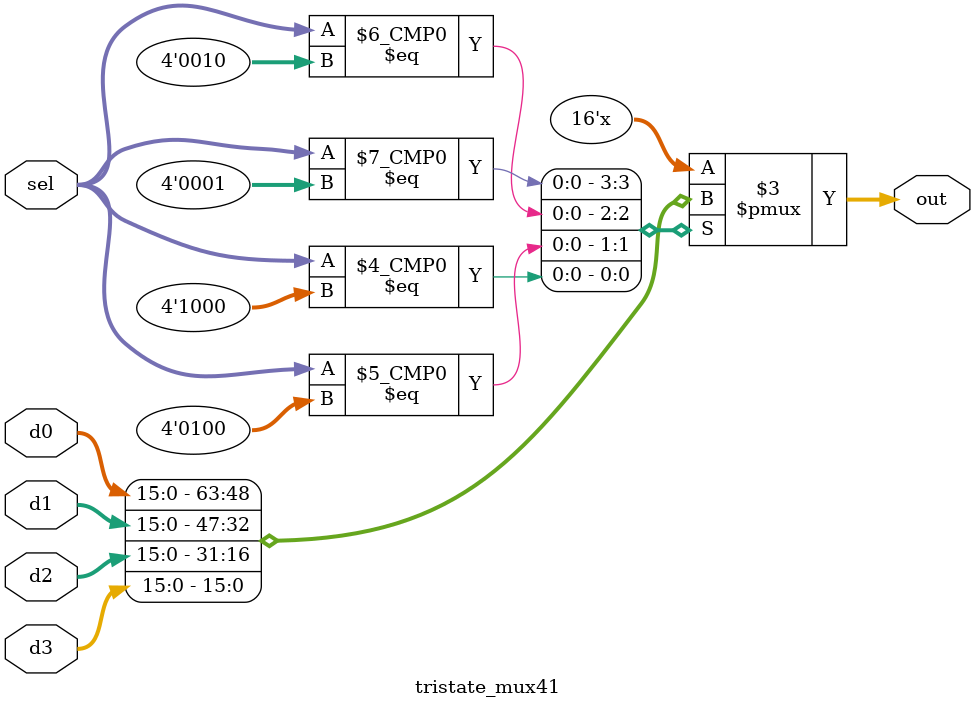
<source format=sv>
module tristate_mux41
	#(parameter width = 16)
					(
						input logic [3:0] sel, 
						input logic [width - 1: 0] d0, d1, d2, d3,
						output logic[width - 1: 0] out
					);
	always_comb
	begin
		unique case (sel)
			4'b0001	:	out = d0;
			4'b0010	:	out = d1;
			4'b0100	:	out = d2;
			4'b1000	:	out = d3;
		endcase
	end
endmodule 
</source>
